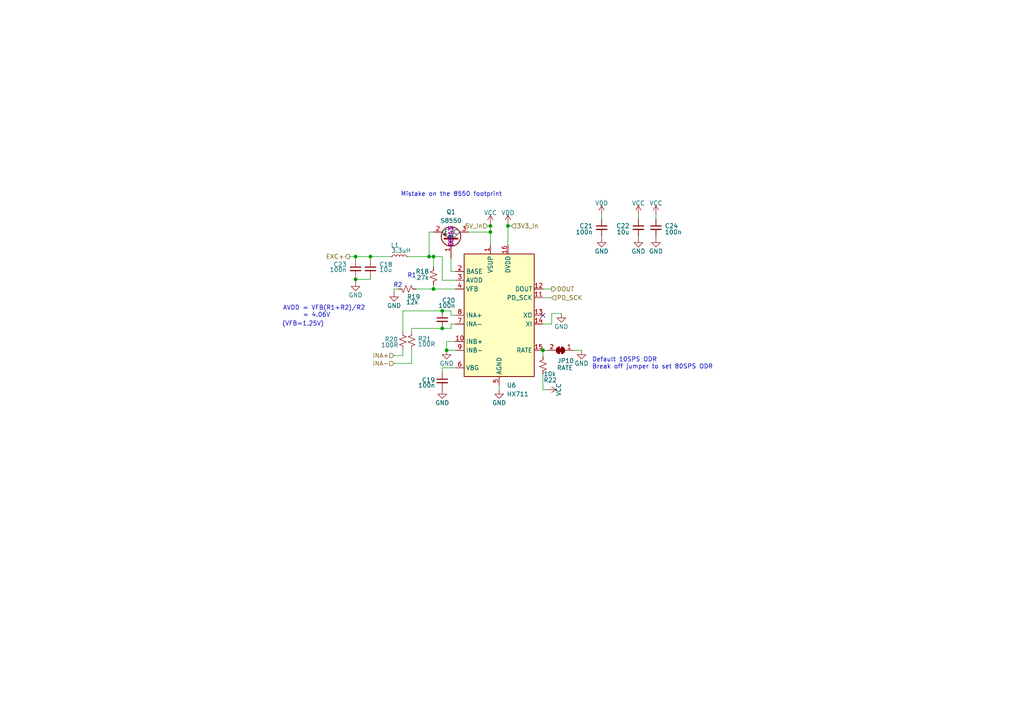
<source format=kicad_sch>
(kicad_sch (version 20230121) (generator eeschema)
  (paper "A4")
  (title_block (title "Raspberry Pi Zero Intrumentation HAT") (date "2024-06-07") (rev "1.3.0") (company "https://learn.sparkfun.com/tutorials/load-cell-amplifier-hx711-breakout-hookup-guide") (comment 1 "@supervisor Justin Pead") (comment 2 "@author Montso Mokake"))
  (lib_symbols
    (symbol "Analog_ADC:HX711"
      (property "Reference" "U" (at 5.08 21.59 0))
      (property "Value" "HX711" (at 7.62 19.05 0))
      (symbol "HX711_0_1"
        (rectangle (start -10.16 17.78) (end 10.16 -17.78) (stroke (width 0.254)) (fill (type background)))
      )
      (symbol "HX711_1_1"
        (pin power_in line (at -2.54 20.32 270) (length 2.54) (name "VSUP") (number "1"))
        (pin input line (at -12.7 -7.62 0) (length 2.54) (name "INB+") (number "10"))
        (pin input line (at 12.7 5.08 180) (length 2.54) (name "PD_SCK") (number "11"))
        (pin output line (at 12.7 7.62 180) (length 2.54) (name "DOUT") (number "12"))
        (pin passive line (at 12.7 0 180) (length 2.54) (name "XO") (number "13"))
        (pin passive line (at 12.7 -2.54 180) (length 2.54) (name "XI") (number "14"))
        (pin input line (at 12.7 -10.16 180) (length 2.54) (name "RATE") (number "15"))
        (pin power_in line (at 2.54 20.32 270) (length 2.54) (name "DVDD") (number "16"))
        (pin passive line (at -12.7 12.7 0) (length 2.54) (name "BASE") (number "2"))
        (pin power_in line (at -12.7 10.16 0) (length 2.54) (name "AVDD") (number "3"))
        (pin input line (at -12.7 7.62 0) (length 2.54) (name "VFB") (number "4"))
        (pin power_in line (at 0 -20.32 90) (length 2.54) (name "AGND") (number "5"))
        (pin passive line (at -12.7 -15.24 0) (length 2.54) (name "VBG") (number "6"))
        (pin input line (at -12.7 -2.54 0) (length 2.54) (name "INA-") (number "7"))
        (pin input line (at -12.7 0 0) (length 2.54) (name "INA+") (number "8"))
        (pin input line (at -12.7 -10.16 0) (length 2.54) (name "INB-") (number "9"))
      )
    )
    (symbol "Device:C_Small" (pin_numbers hide) (pin_names (offset 0.254) hide)
      (property "Reference" "C" (at 0.254 1.778 0))
      (property "Value" "C_Small" (at 0.254 -2.032 0))
      (symbol "C_Small_0_1"
        (polyline (pts (xy -1.524 -0.508) (xy 1.524 -0.508)) (stroke (width 0.3302)))
        (polyline (pts (xy -1.524 0.508) (xy 1.524 0.508)) (stroke (width 0.3048)))
      )
      (symbol "C_Small_1_1"
        (pin passive line (at 0 2.54 270) (length 2.032) (name "~") (number "1"))
        (pin passive line (at 0 -2.54 90) (length 2.032) (name "~") (number "2"))
      )
    )
    (symbol "Device:L_Small" (pin_numbers hide) (pin_names (offset 0.254) hide)
      (property "Reference" "L" (at 0.762 1.016 0))
      (property "Value" "L_Small" (at 0.762 -1.016 0))
      (symbol "L_Small_0_1"
        (arc (start 0 -2.032) (mid 0.5058 -1.524) (end 0 -1.016))
        (arc (start 0 -1.016) (mid 0.5058 -0.508) (end 0 0))
        (arc (start 0 0) (mid 0.5058 0.508) (end 0 1.016))
        (arc (start 0 1.016) (mid 0.5058 1.524) (end 0 2.032))
      )
      (symbol "L_Small_1_1"
        (pin passive line (at 0 2.54 270) (length 0.508) (name "~") (number "1"))
        (pin passive line (at 0 -2.54 90) (length 0.508) (name "~") (number "2"))
      )
    )
    (symbol "Device:R_Small_US" (pin_numbers hide) (pin_names (offset 0.254) hide)
      (property "Reference" "R" (at 0.762 0.508 0))
      (property "Value" "R_Small_US" (at 0.762 -1.016 0))
      (symbol "R_Small_US_1_1"
        (polyline (pts (xy 0 0) (xy 1.016 -0.381) (xy 0 -0.762) (xy -1.016 -1.143) (xy 0 -1.524)))
        (polyline (pts (xy 0 1.524) (xy 1.016 1.143) (xy 0 0.762) (xy -1.016 0.381) (xy 0 0)))
        (pin passive line (at 0 2.54 270) (length 1.016) (name "~") (number "1"))
        (pin passive line (at 0 -2.54 90) (length 1.016) (name "~") (number "2"))
      )
    )
    (symbol "Jumper:SolderJumper_2_Bridged" (pin_names (offset 0) hide)
      (property "Reference" "JP" (at 0 2.032 0))
      (property "Value" "SolderJumper_2_Bridged" (at 0 -2.54 0))
      (symbol "SolderJumper_2_Bridged_0_1"
        (rectangle (start -0.508 0.508) (end 0.508 -0.508) (fill (type outline)))
        (arc (start -0.254 1.016) (mid -1.2656 0) (end -0.254 -1.016))
        (arc (start -0.254 1.016) (mid -1.2656 0) (end -0.254 -1.016) (fill (type outline)))
        (polyline (pts (xy -0.254 1.016) (xy -0.254 -1.016)))
        (polyline (pts (xy 0.254 1.016) (xy 0.254 -1.016)))
        (arc (start 0.254 -1.016) (mid 1.2656 0) (end 0.254 1.016))
        (arc (start 0.254 -1.016) (mid 1.2656 0) (end 0.254 1.016) (fill (type outline)))
      )
      (symbol "SolderJumper_2_Bridged_1_1"
        (pin passive line (at -3.81 0 0) (length 2.54) (name "A") (number "1"))
        (pin passive line (at 3.81 0 180) (length 2.54) (name "B") (number "2"))
      )
    )
    (symbol "UCT:S8550_SMD"
      (property "Reference" "Q" (at -5.08 7.62 0))
      (property "LCSC" "C8542" (at 0 0 0))
      (property "Extended" "0" (at 0 0 0))
      (property "Price" "0.013" (at 0 0 0))
      (symbol "S8550_SMD_0_1"
        (polyline (pts (xy -1.27 0) (xy -0.635 0)))
        (polyline (pts (xy 1.27 -2.54) (xy -0.635 -0.635)))
        (polyline (pts (xy 1.27 2.54) (xy -0.635 0.635)))
        (polyline (pts (xy -0.635 1.905) (xy -0.635 -1.905) (xy -0.635 -1.905)) (stroke (width 0.508)) (fill (type outline)))
        (polyline (pts (xy 0.508 -2.286) (xy 1.016 -1.778) (xy 0 -1.27) (xy 0.508 -2.286) (xy 0.508 -2.286)) (fill (type outline)))
        (circle (center 0 0) (radius 2.8194) (stroke (width 0.254)))
      )
      (symbol "S8550_SMD_1_1"
        (pin input line (at -6.35 0 0) (length 5.08) (name "B") (number "1"))
        (pin passive line (at 1.27 -5.08 90) (length 2.54) (name "E") (number "2"))
        (pin passive line (at 1.27 5.08 270) (length 2.54) (name "C") (number "3"))
      )
    )
    (symbol "power:GND" (power) (pin_names (offset 0))
      (property "Value" "GND" (at 0 -3.81 0))
      (symbol "GND_0_1"
        (polyline (pts (xy 0 0) (xy 0 -1.27) (xy 1.27 -1.27) (xy 0 -2.54) (xy -1.27 -1.27) (xy 0 -1.27)))
      )
      (symbol "GND_1_1"
        (pin power_in line (at 0 0 270) (length 0) hide (name "GND") (number "1"))
      )
    )
    (symbol "power:VCC" (power) (pin_names (offset 0))
      (property "Value" "VCC" (at 0 3.81 0))
      (symbol "VCC_0_1"
        (polyline (pts (xy -0.762 1.27) (xy 0 2.54)))
        (polyline (pts (xy 0 0) (xy 0 2.54)))
        (polyline (pts (xy 0 2.54) (xy 0.762 1.27)))
      )
      (symbol "VCC_1_1"
        (pin power_in line (at 0 0 90) (length 0) hide (name "VCC") (number "1"))
      )
    )
    (symbol "power:VDD" (power) (pin_names (offset 0))
      (property "Value" "VDD" (at 0 3.81 0))
      (symbol "VDD_0_1"
        (polyline (pts (xy -0.762 1.27) (xy 0 2.54)))
        (polyline (pts (xy 0 0) (xy 0 2.54)))
        (polyline (pts (xy 0 2.54) (xy 0.762 1.27)))
      )
      (symbol "VDD_1_1"
        (pin power_in line (at 0 0 90) (length 0) hide (name "VDD") (number "1"))
      )
    )
  )
  (junction (at 147.32 65.532))
  (junction (at 142.24 65.532))
  (junction (at 128.27 90.17))
  (junction (at 103.124 81.026))
  (junction (at 125.73 74.422))
  (junction (at 107.442 74.422))
  (junction (at 124.46 74.422))
  (junction (at 125.73 83.82))
  (junction (at 128.27 95.25))
  (junction (at 157.48 101.6))
  (junction (at 129.54 101.6))
  (junction (at 103.124 74.422))
  (junction (at 142.24 67.31))
  (no_connect (at 157.48 91.44))
  (wire (pts (xy 130.81 91.44) (xy 130.81 90.17)))
  (wire (pts (xy 135.89 67.31) (xy 142.24 67.31)))
  (wire (pts (xy 142.24 65.024) (xy 142.24 65.532)))
  (wire (pts (xy 130.81 93.98) (xy 132.08 93.98)))
  (wire (pts (xy 157.48 101.6) (xy 157.48 103.378)))
  (wire (pts (xy 114.3 84.836) (xy 114.3 83.82)))
  (wire (pts (xy 124.46 67.31) (xy 124.46 74.422)))
  (wire (pts (xy 101.346 74.422) (xy 103.124 74.422)))
  (wire (pts (xy 160.02 90.932) (xy 162.814 90.932)))
  (wire (pts (xy 125.73 83.82) (xy 125.73 82.55)))
  (wire (pts (xy 119.38 101.346) (xy 119.38 105.41)))
  (wire (pts (xy 114.3 83.82) (xy 115.57 83.82)))
  (wire (pts (xy 103.124 81.026) (xy 103.124 81.788)))
  (wire (pts (xy 128.27 95.25) (xy 130.81 95.25)))
  (wire (pts (xy 114.3 105.41) (xy 119.38 105.41)))
  (wire (pts (xy 141.478 65.532) (xy 142.24 65.532)))
  (wire (pts (xy 147.32 65.532) (xy 148.336 65.532)))
  (wire (pts (xy 103.124 74.422) (xy 107.442 74.422)))
  (wire (pts (xy 190.246 69.088) (xy 190.246 68.58)))
  (wire (pts (xy 129.54 101.6) (xy 129.54 99.06)))
  (wire (pts (xy 166.37 101.6) (xy 168.656 101.6)))
  (wire (pts (xy 116.84 96.266) (xy 116.84 90.17)))
  (wire (pts (xy 120.65 83.82) (xy 125.73 83.82)))
  (wire (pts (xy 116.84 103.124) (xy 116.84 101.346)))
  (wire (pts (xy 116.84 90.17) (xy 128.27 90.17)))
  (wire (pts (xy 130.81 95.25) (xy 130.81 93.98)))
  (wire (pts (xy 107.442 80.518) (xy 107.442 81.026)))
  (wire (pts (xy 185.166 69.088) (xy 185.166 68.58)))
  (wire (pts (xy 160.02 93.98) (xy 157.48 93.98)))
  (wire (pts (xy 107.442 74.422) (xy 113.284 74.422)))
  (wire (pts (xy 130.81 90.17) (xy 128.27 90.17)))
  (wire (pts (xy 128.27 81.28) (xy 132.08 81.28)))
  (wire (pts (xy 130.81 74.93) (xy 130.81 78.74)))
  (wire (pts (xy 142.24 65.532) (xy 142.24 67.31)))
  (wire (pts (xy 128.27 74.422) (xy 128.27 81.28)))
  (wire (pts (xy 128.27 107.95) (xy 128.27 106.68)))
  (wire (pts (xy 128.27 106.68) (xy 132.08 106.68)))
  (wire (pts (xy 118.364 74.422) (xy 124.46 74.422)))
  (wire (pts (xy 125.73 67.31) (xy 124.46 67.31)))
  (wire (pts (xy 157.48 101.6) (xy 158.75 101.6)))
  (wire (pts (xy 103.124 75.438) (xy 103.124 74.422)))
  (wire (pts (xy 142.24 67.31) (xy 142.24 71.12)))
  (wire (pts (xy 119.38 95.25) (xy 128.27 95.25)))
  (wire (pts (xy 147.32 65.024) (xy 147.32 65.532)))
  (wire (pts (xy 132.08 91.44) (xy 130.81 91.44)))
  (wire (pts (xy 125.73 74.422) (xy 128.27 74.422)))
  (wire (pts (xy 129.54 101.6) (xy 132.08 101.6)))
  (wire (pts (xy 107.442 81.026) (xy 103.124 81.026)))
  (wire (pts (xy 157.48 108.458) (xy 157.48 113.03)))
  (wire (pts (xy 124.46 74.422) (xy 125.73 74.422)))
  (wire (pts (xy 174.498 62.23) (xy 174.498 63.5)))
  (wire (pts (xy 185.166 62.23) (xy 185.166 63.5)))
  (wire (pts (xy 144.78 113.03) (xy 144.78 111.76)))
  (wire (pts (xy 190.246 62.23) (xy 190.246 63.5)))
  (wire (pts (xy 157.48 86.36) (xy 160.02 86.36)))
  (wire (pts (xy 107.442 74.422) (xy 107.442 75.438)))
  (wire (pts (xy 129.54 99.06) (xy 132.08 99.06)))
  (wire (pts (xy 125.73 83.82) (xy 132.08 83.82)))
  (wire (pts (xy 103.124 80.518) (xy 103.124 81.026)))
  (wire (pts (xy 174.498 69.088) (xy 174.498 68.58)))
  (wire (pts (xy 147.32 65.532) (xy 147.32 71.12)))
  (wire (pts (xy 157.48 113.03) (xy 158.75 113.03)))
  (wire (pts (xy 119.38 96.266) (xy 119.38 95.25)))
  (wire (pts (xy 160.02 90.932) (xy 160.02 93.98)))
  (wire (pts (xy 125.73 74.422) (xy 125.73 77.47)))
  (wire (pts (xy 157.48 83.82) (xy 160.02 83.82)))
  (wire (pts (xy 114.3 103.124) (xy 116.84 103.124)))
  (wire (pts (xy 130.81 78.74) (xy 132.08 78.74)))
  (text "R1" (at 118.11 80.772 0) (effects (font (size 1.27 1.27)) (justify left bottom)))
  (text "Default 10SPS ODR\nBreak off jumper to set 80SPS ODR" (at 171.704 107.188 0) (effects (font (size 1.27 1.27)) (justify left bottom)))
  (text "AVDD = VFB(R1+R2)/R2\n	 = 4.06V" (at 82.042 92.202 0) (effects (font (size 1.27 1.27)) (justify left bottom)))
  (text "(VFB=1.25V)" (at 81.788 94.742 0) (effects (font (size 1.27 1.27)) (justify left bottom)))
  (text "Mistake on the 8550 footprint" (at 116.205 57.15 0) (effects (font (size 1.27 1.27)) (justify left bottom)))
  (text "R2" (at 114.046 83.566 0) (effects (font (size 1.27 1.27)) (justify left bottom)))
  (hierarchical_label "EXC+" (shape output) (at 101.346 74.422 180))
  (hierarchical_label "DOUT" (shape output) (at 160.02 83.82 0))
  (hierarchical_label "3V3_In" (shape input) (at 148.336 65.532 0))
  (hierarchical_label "5V_In" (shape input) (at 141.478 65.532 180))
  (hierarchical_label "INA+" (shape input) (at 114.3 103.124 180))
  (hierarchical_label "INA-" (shape input) (at 114.3 105.41 180))
  (hierarchical_label "PD_SCK" (shape input) (at 160.02 86.36 0))
  (symbol (lib_id "power:VDD") (at 174.498 62.23 0) (unit 1)
    (property "Reference" "#PWR058" (effects hide))
    (property "Value" "VDD" (at 174.498 58.928 0))
  )
  (symbol (lib_id "power:VDD") (at 147.32 65.024 0) (unit 1)
    (property "Reference" "#PWR057" (effects hide))
    (property "Value" "VDD" (at 147.32 61.722 0))
  )
  (symbol (lib_id "power:GND") (at 129.54 101.6 0) (unit 1)
    (property "Reference" "#PWR052" (effects hide))
    (property "Value" "GND" (at 129.54 105.41 0))
  )
  (symbol (lib_id "power:GND") (at 168.656 101.6 0) (unit 1)
    (property "Reference" "#PWR055" (effects hide))
    (property "Value" "GND" (at 168.656 105.41 0))
  )
  (symbol (lib_id "Device:C_Small") (at 103.124 77.978 0) (mirror y) (unit 1)
    (property "Reference" "C23" (at 100.584 76.7143 0) (effects (justify left)))
    (property "Value" "100n" (at 100.584 78.232 0) (effects (justify left)))
    (property "Footprint" "Capacitor_SMD:C_0603_1608Metric" (effects hide))
  )
  (symbol (lib_id "Device:C_Small") (at 128.27 92.71 0) (mirror y) (unit 1)
    (property "Reference" "C20" (at 132.08 87.122 0) (effects (justify left)))
    (property "Value" "100n" (at 132.08 88.646 0) (effects (justify left)))
    (property "Footprint" "Capacitor_SMD:C_0402_1005Metric" (effects hide))
  )
  (symbol (lib_id "Device:R_Small_US") (at 116.84 98.806 180) (unit 1)
    (property "Reference" "R20" (at 115.443 98.425 0) (effects (justify left)))
    (property "Value" "100R" (at 115.57 100.076 0) (effects (justify left)))
    (property "Footprint" "Resistor_SMD:R_0402_1005Metric" (effects hide))
  )
  (symbol (lib_id "power:GND") (at 144.78 113.03 0) (unit 1)
    (property "Reference" "#PWR049" (effects hide))
    (property "Value" "GND" (at 144.78 116.84 0))
  )
  (symbol (lib_id "Device:R_Small_US") (at 119.38 98.806 0) (mirror x) (unit 1)
    (property "Reference" "R21" (at 121.158 98.298 0) (effects (justify left)))
    (property "Value" "100R" (at 121.158 99.822 0) (effects (justify left)))
    (property "Footprint" "Resistor_SMD:R_0402_1005Metric" (effects hide))
  )
  (symbol (lib_id "Jumper:SolderJumper_2_Bridged") (at 162.56 101.6 180) (unit 1)
    (property "Reference" "JP10" (at 164.084 104.648 0))
    (property "Value" "RATE" (at 163.83 106.68 0))
    (property "Footprint" "Jumper:SolderJumper-2_P1.3mm_Bridged_RoundedPad1.0x1.5mm" (effects hide))
  )
  (symbol (lib_id "UCT:S8550_SMD") (at 130.81 68.58 270) (mirror x) (unit 1)
    (property "Reference" "Q1" (at 130.81 61.468 90))
    (property "Value" "S8550" (at 130.81 64.008 90))
    (property "Footprint" "Package_TO_SOT_SMD:SOT-23" (effects hide))
    (property "Datasheet" "https://datasheet.lcsc.com/lcsc/1810161212_Jiangsu-Changjing-Electronics-Technology-Co---Ltd--SS8550-Y2_C8542.pdf" (effects hide))
    (property "LCSC" "C8542" (at 130.81 68.58 0))
    (property "Extended" "0" (at 130.81 68.58 0))
    (property "Price" "0.013" (at 130.81 68.58 0))
    (instances (project "Pi HAT" (path "" (reference "Q1") (unit 1)) (path "" (reference "Q4") (unit 1))) (project "flexo" (path "" (reference "Q6") (unit 1))))
  )
  (symbol (lib_id "power:GND") (at 185.166 69.088 0) (unit 1)
    (property "Reference" "#PWR060" (effects hide))
    (property "Value" "GND" (at 185.166 72.898 0))
  )
  (symbol (lib_id "Device:L_Small") (at 115.824 74.422 90) (unit 1)
    (property "Reference" "L1" (at 114.554 71.12 90))
    (property "Value" "3.3uH" (at 116.332 72.644 90))
    (property "Footprint" "Inductor_SMD:L_0603_1608Metric" (effects hide))
  )
  (symbol (lib_id "Device:C_Small") (at 185.166 66.04 0) (mirror y) (unit 1)
    (property "Reference" "C22" (at 182.626 65.532 0) (effects (justify left)))
    (property "Value" "10u" (at 182.626 67.3163 0) (effects (justify left)))
    (property "Footprint" "Capacitor_SMD:C_0603_1608Metric" (effects hide))
  )
  (symbol (lib_id "power:GND") (at 162.814 90.932 0) (unit 1)
    (property "Reference" "#PWR054" (effects hide))
    (property "Value" "GND" (at 162.814 94.742 0))
  )
  (symbol (lib_id "Device:R_Small_US") (at 125.73 80.01 0) (mirror y) (unit 1)
    (property "Reference" "R18" (at 124.46 78.74 0) (effects (justify left)))
    (property "Value" "27k" (at 124.46 80.518 0) (effects (justify left)))
    (property "Footprint" "Resistor_SMD:R_0402_1005Metric" (effects hide))
  )
  (symbol (lib_id "power:VCC") (at 190.246 62.23 0) (mirror y) (unit 1)
    (property "Reference" "#PWR063" (effects hide))
    (property "Value" "VCC" (at 190.246 58.928 0))
  )
  (symbol (lib_id "Device:R_Small_US") (at 118.11 83.82 90) (mirror x) (unit 1)
    (property "Reference" "R19" (at 121.92 86.106 90) (effects (justify left)))
    (property "Value" "12k" (at 121.412 87.63 90) (effects (justify left)))
    (property "Footprint" "Resistor_SMD:R_0402_1005Metric" (effects hide))
  )
  (symbol (lib_id "Device:C_Small") (at 190.246 66.04 0) (unit 1)
    (property "Reference" "C24" (at 192.786 65.532 0) (effects (justify left)))
    (property "Value" "100n" (at 192.786 67.3163 0) (effects (justify left)))
    (property "Footprint" "Capacitor_SMD:C_0402_1005Metric" (effects hide))
  )
  (symbol (lib_id "Device:C_Small") (at 174.498 66.04 0) (mirror y) (unit 1)
    (property "Reference" "C21" (at 171.958 65.532 0) (effects (justify left)))
    (property "Value" "100n" (at 171.958 67.3163 0) (effects (justify left)))
    (property "Footprint" "Capacitor_SMD:C_0402_1005Metric" (effects hide))
  )
  (symbol (lib_id "Device:C_Small") (at 107.442 77.978 0) (unit 1)
    (property "Reference" "C18" (at 109.982 76.7143 0) (effects (justify left)))
    (property "Value" "10u" (at 109.982 78.232 0) (effects (justify left)))
    (property "Footprint" "Capacitor_SMD:C_0603_1608Metric" (effects hide))
  )
  (symbol (lib_id "Device:C_Small") (at 128.27 110.49 0) (mirror y) (unit 1)
    (property "Reference" "C19" (at 126.238 110.2297 0) (effects (justify left)))
    (property "Value" "100n" (at 126.238 111.76 0) (effects (justify left)))
    (property "Footprint" "Capacitor_SMD:C_0402_1005Metric" (effects hide))
  )
  (symbol (lib_id "power:VCC") (at 158.75 113.03 270) (unit 1)
    (property "Reference" "#PWR059" (effects hide))
    (property "Value" "VCC" (at 162.052 113.03 0))
  )
  (symbol (lib_id "power:GND") (at 103.124 81.788 0) (unit 1)
    (property "Reference" "#PWR062" (effects hide))
    (property "Value" "GND" (at 103.124 85.598 0))
  )
  (symbol (lib_id "power:VCC") (at 185.166 62.23 0) (unit 1)
    (property "Reference" "#PWR061" (effects hide))
    (property "Value" "VCC" (at 185.166 58.928 0))
  )
  (symbol (lib_id "Device:R_Small_US") (at 157.48 105.918 0) (mirror y) (unit 1)
    (property "Reference" "R22" (at 161.544 110.236 0) (effects (justify left)))
    (property "Value" "10k" (at 161.29 108.458 0) (effects (justify left)))
    (property "Footprint" "Resistor_SMD:R_0402_1005Metric" (effects hide))
  )
  (symbol (lib_id "power:GND") (at 190.246 69.088 0) (mirror y) (unit 1)
    (property "Reference" "#PWR064" (effects hide))
    (property "Value" "GND" (at 190.246 72.898 0))
  )
  (symbol (lib_id "power:GND") (at 128.27 113.03 0) (unit 1)
    (property "Reference" "#PWR051" (effects hide))
    (property "Value" "GND" (at 128.27 116.84 0))
  )
  (symbol (lib_id "Analog_ADC:HX711") (at 144.78 91.44 0) (unit 1)
    (property "Reference" "U6" (at 146.9741 111.76 0) (effects (justify left)))
    (property "Value" "HX711" (at 146.9741 114.3 0) (effects (justify left)))
    (property "Footprint" "Package_SO:SOP-16_3.9x9.9mm_P1.27mm" (effects hide))
    (property "Datasheet" "https://cdn.sparkfun.com/datasheets/Sensors/ForceFlex/hx711_english.pdf" (effects hide))
  )
  (symbol (lib_id "power:VCC") (at 142.24 65.024 0) (unit 1)
    (property "Reference" "#PWR056" (effects hide))
    (property "Value" "VCC" (at 142.24 61.722 0))
  )
  (symbol (lib_id "power:GND") (at 174.498 69.088 0) (unit 1)
    (property "Reference" "#PWR053" (effects hide))
    (property "Value" "GND" (at 174.498 72.898 0))
  )
  (symbol (lib_id "power:GND") (at 114.3 84.836 0) (unit 1)
    (property "Reference" "#PWR050" (effects hide))
    (property "Value" "GND" (at 114.3 88.646 0))
  )
)
</source>
